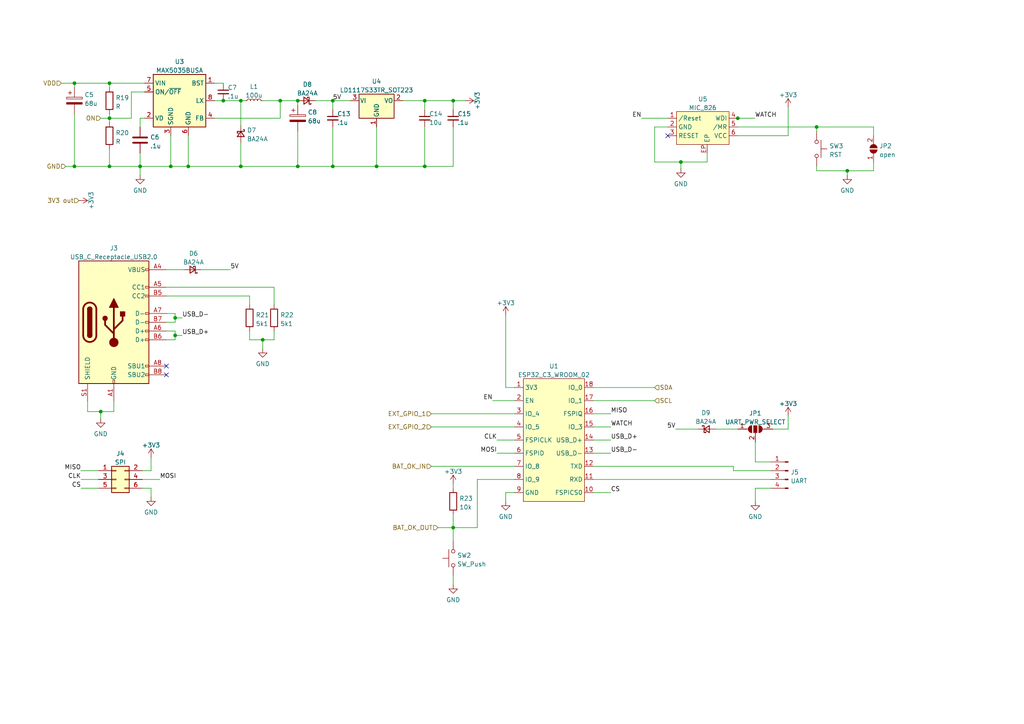
<source format=kicad_sch>
(kicad_sch (version 20230121) (generator eeschema)
  (paper "A4")
  (title_block (company "Alexander Junk"))
  (lib_symbols
    (symbol "Connector:Conn_01x04_Male" (pin_names (offset 1.016) hide)
      (property "Reference" "J" (at 0 5.08 0))
      (property "Value" "Conn_01x04_Male" (at 0 -7.62 0))
      (symbol "Conn_01x04_Male_1_1"
        (polyline (pts (xy 1.27 -5.08) (xy 0.8636 -5.08)) (stroke (width 0.1524)))
        (polyline (pts (xy 1.27 -2.54) (xy 0.8636 -2.54)) (stroke (width 0.1524)))
        (polyline (pts (xy 1.27 0) (xy 0.8636 0)) (stroke (width 0.1524)))
        (polyline (pts (xy 1.27 2.54) (xy 0.8636 2.54)) (stroke (width 0.1524)))
        (rectangle (start 0.8636 -4.953) (end 0 -5.207) (stroke (width 0.1524)) (fill (type outline)))
        (rectangle (start 0.8636 -2.413) (end 0 -2.667) (stroke (width 0.1524)) (fill (type outline)))
        (rectangle (start 0.8636 0.127) (end 0 -0.127) (stroke (width 0.1524)) (fill (type outline)))
        (rectangle (start 0.8636 2.667) (end 0 2.413) (stroke (width 0.1524)) (fill (type outline)))
        (pin passive line (at 5.08 2.54 180) (length 3.81) (name "Pin_1") (number "1"))
        (pin passive line (at 5.08 0 180) (length 3.81) (name "Pin_2") (number "2"))
        (pin passive line (at 5.08 -2.54 180) (length 3.81) (name "Pin_3") (number "3"))
        (pin passive line (at 5.08 -5.08 180) (length 3.81) (name "Pin_4") (number "4"))
      )
    )
    (symbol "Connector:USB_C_Receptacle_USB2.0" (pin_names (offset 1.016))
      (property "Reference" "J" (at -10.16 19.05 0))
      (property "Value" "USB_C_Receptacle_USB2.0" (at 19.05 19.05 0))
      (symbol "USB_C_Receptacle_USB2.0_0_0"
        (rectangle (start -0.254 -17.78) (end 0.254 -16.764))
        (rectangle (start 10.16 -14.986) (end 9.144 -15.494))
        (rectangle (start 10.16 -12.446) (end 9.144 -12.954))
        (rectangle (start 10.16 -4.826) (end 9.144 -5.334))
        (rectangle (start 10.16 -2.286) (end 9.144 -2.794))
        (rectangle (start 10.16 0.254) (end 9.144 -0.254))
        (rectangle (start 10.16 2.794) (end 9.144 2.286))
        (rectangle (start 10.16 7.874) (end 9.144 7.366))
        (rectangle (start 10.16 10.414) (end 9.144 9.906))
        (rectangle (start 10.16 15.494) (end 9.144 14.986))
      )
      (symbol "USB_C_Receptacle_USB2.0_0_1"
        (rectangle (start -10.16 17.78) (end 10.16 -17.78) (stroke (width 0.254)) (fill (type background)))
        (arc (start -8.89 -3.81) (mid -6.985 -5.7067) (end -5.08 -3.81) (stroke (width 0.508)))
        (arc (start -7.62 -3.81) (mid -6.985 -4.4423) (end -6.35 -3.81) (stroke (width 0.254)))
        (arc (start -7.62 -3.81) (mid -6.985 -4.4423) (end -6.35 -3.81) (stroke (width 0.254)) (fill (type outline)))
        (rectangle (start -7.62 -3.81) (end -6.35 3.81) (stroke (width 0.254)) (fill (type outline)))
        (arc (start -6.35 3.81) (mid -6.985 4.4423) (end -7.62 3.81) (stroke (width 0.254)))
        (arc (start -6.35 3.81) (mid -6.985 4.4423) (end -7.62 3.81) (stroke (width 0.254)) (fill (type outline)))
        (arc (start -5.08 3.81) (mid -6.985 5.7067) (end -8.89 3.81) (stroke (width 0.508)))
        (circle (center -2.54 1.143) (radius 0.635) (stroke (width 0.254)) (fill (type outline)))
        (circle (center 0 -5.842) (radius 1.27) (fill (type outline)))
        (polyline (pts (xy -8.89 -3.81) (xy -8.89 3.81)) (stroke (width 0.508)))
        (polyline (pts (xy -5.08 3.81) (xy -5.08 -3.81)) (stroke (width 0.508)))
        (polyline (pts (xy 0 -5.842) (xy 0 4.318)) (stroke (width 0.508)))
        (polyline (pts (xy 0 -3.302) (xy -2.54 -0.762) (xy -2.54 0.508)) (stroke (width 0.508)))
        (polyline (pts (xy 0 -2.032) (xy 2.54 0.508) (xy 2.54 1.778)) (stroke (width 0.508)))
        (polyline (pts (xy -1.27 4.318) (xy 0 6.858) (xy 1.27 4.318) (xy -1.27 4.318)) (stroke (width 0.254)) (fill (type outline)))
        (rectangle (start 1.905 1.778) (end 3.175 3.048) (stroke (width 0.254)) (fill (type outline)))
      )
      (symbol "USB_C_Receptacle_USB2.0_1_1"
        (pin passive line (at 0 -22.86 90) (length 5.08) (name "GND") (number "A1"))
        (pin passive line (at 0 -22.86 90) (length 5.08) hide (name "GND") (number "A12"))
        (pin passive line (at 15.24 15.24 180) (length 5.08) (name "VBUS") (number "A4"))
        (pin bidirectional line (at 15.24 10.16 180) (length 5.08) (name "CC1") (number "A5"))
        (pin bidirectional line (at 15.24 -2.54 180) (length 5.08) (name "D+") (number "A6"))
        (pin bidirectional line (at 15.24 2.54 180) (length 5.08) (name "D-") (number "A7"))
        (pin bidirectional line (at 15.24 -12.7 180) (length 5.08) (name "SBU1") (number "A8"))
        (pin passive line (at 15.24 15.24 180) (length 5.08) hide (name "VBUS") (number "A9"))
        (pin passive line (at 0 -22.86 90) (length 5.08) hide (name "GND") (number "B1"))
        (pin passive line (at 0 -22.86 90) (length 5.08) hide (name "GND") (number "B12"))
        (pin passive line (at 15.24 15.24 180) (length 5.08) hide (name "VBUS") (number "B4"))
        (pin bidirectional line (at 15.24 7.62 180) (length 5.08) (name "CC2") (number "B5"))
        (pin bidirectional line (at 15.24 -5.08 180) (length 5.08) (name "D+") (number "B6"))
        (pin bidirectional line (at 15.24 0 180) (length 5.08) (name "D-") (number "B7"))
        (pin bidirectional line (at 15.24 -15.24 180) (length 5.08) (name "SBU2") (number "B8"))
        (pin passive line (at 15.24 15.24 180) (length 5.08) hide (name "VBUS") (number "B9"))
        (pin passive line (at -7.62 -22.86 90) (length 5.08) (name "SHIELD") (number "S1"))
      )
    )
    (symbol "Connector_Generic:Conn_02x03_Odd_Even" (pin_names (offset 1.016) hide)
      (property "Reference" "J" (at 1.27 5.08 0))
      (property "Value" "Conn_02x03_Odd_Even" (at 1.27 -5.08 0))
      (symbol "Conn_02x03_Odd_Even_1_1"
        (rectangle (start -1.27 -2.413) (end 0 -2.667) (stroke (width 0.1524)))
        (rectangle (start -1.27 0.127) (end 0 -0.127) (stroke (width 0.1524)))
        (rectangle (start -1.27 2.667) (end 0 2.413) (stroke (width 0.1524)))
        (rectangle (start -1.27 3.81) (end 3.81 -3.81) (stroke (width 0.254)) (fill (type background)))
        (rectangle (start 3.81 -2.413) (end 2.54 -2.667) (stroke (width 0.1524)))
        (rectangle (start 3.81 0.127) (end 2.54 -0.127) (stroke (width 0.1524)))
        (rectangle (start 3.81 2.667) (end 2.54 2.413) (stroke (width 0.1524)))
        (pin passive line (at -5.08 2.54 0) (length 3.81) (name "Pin_1") (number "1"))
        (pin passive line (at 7.62 2.54 180) (length 3.81) (name "Pin_2") (number "2"))
        (pin passive line (at -5.08 0 0) (length 3.81) (name "Pin_3") (number "3"))
        (pin passive line (at 7.62 0 180) (length 3.81) (name "Pin_4") (number "4"))
        (pin passive line (at -5.08 -2.54 0) (length 3.81) (name "Pin_5") (number "5"))
        (pin passive line (at 7.62 -2.54 180) (length 3.81) (name "Pin_6") (number "6"))
      )
    )
    (symbol "Device:C" (pin_numbers hide) (pin_names (offset 0.254))
      (property "Reference" "C" (at 0.635 2.54 0))
      (property "Value" "C" (at 0.635 -2.54 0))
      (symbol "C_0_1"
        (polyline (pts (xy -2.032 -0.762) (xy 2.032 -0.762)) (stroke (width 0.508)))
        (polyline (pts (xy -2.032 0.762) (xy 2.032 0.762)) (stroke (width 0.508)))
      )
      (symbol "C_1_1"
        (pin passive line (at 0 3.81 270) (length 2.794) (name "~") (number "1"))
        (pin passive line (at 0 -3.81 90) (length 2.794) (name "~") (number "2"))
      )
    )
    (symbol "Device:C_Polarized" (pin_numbers hide) (pin_names (offset 0.254))
      (property "Reference" "C" (at 0.635 2.54 0))
      (property "Value" "C_Polarized" (at 0.635 -2.54 0))
      (symbol "C_Polarized_0_1"
        (rectangle (start -2.286 0.508) (end 2.286 1.016))
        (polyline (pts (xy -1.778 2.286) (xy -0.762 2.286)))
        (polyline (pts (xy -1.27 2.794) (xy -1.27 1.778)))
        (rectangle (start 2.286 -0.508) (end -2.286 -1.016) (fill (type outline)))
      )
      (symbol "C_Polarized_1_1"
        (pin passive line (at 0 3.81 270) (length 2.794) (name "~") (number "1"))
        (pin passive line (at 0 -3.81 90) (length 2.794) (name "~") (number "2"))
      )
    )
    (symbol "Device:C_Small" (pin_numbers hide) (pin_names (offset 0.254) hide)
      (property "Reference" "C" (at 0.254 1.778 0))
      (property "Value" "C_Small" (at 0.254 -2.032 0))
      (symbol "C_Small_0_1"
        (polyline (pts (xy -1.524 -0.508) (xy 1.524 -0.508)) (stroke (width 0.3302)))
        (polyline (pts (xy -1.524 0.508) (xy 1.524 0.508)) (stroke (width 0.3048)))
      )
      (symbol "C_Small_1_1"
        (pin passive line (at 0 2.54 270) (length 2.032) (name "~") (number "1"))
        (pin passive line (at 0 -2.54 90) (length 2.032) (name "~") (number "2"))
      )
    )
    (symbol "Device:D_Schottky_Small" (pin_numbers hide) (pin_names (offset 0.254) hide)
      (property "Reference" "D" (at -1.27 2.032 0))
      (property "Value" "D_Schottky_Small" (at -7.112 -2.032 0))
      (symbol "D_Schottky_Small_0_1"
        (polyline (pts (xy -0.762 0) (xy 0.762 0)))
        (polyline (pts (xy 0.762 -1.016) (xy -0.762 0) (xy 0.762 1.016) (xy 0.762 -1.016)) (stroke (width 0.254)))
        (polyline (pts (xy -1.27 0.762) (xy -1.27 1.016) (xy -0.762 1.016) (xy -0.762 -1.016) (xy -0.254 -1.016) (xy -0.254 -0.762)) (stroke (width 0.254)))
      )
      (symbol "D_Schottky_Small_1_1"
        (pin passive line (at -2.54 0 0) (length 1.778) (name "K") (number "1"))
        (pin passive line (at 2.54 0 180) (length 1.778) (name "A") (number "2"))
      )
    )
    (symbol "Device:L_Small" (pin_numbers hide) (pin_names (offset 0.254) hide)
      (property "Reference" "L" (at 0.762 1.016 0))
      (property "Value" "L_Small" (at 0.762 -1.016 0))
      (symbol "L_Small_0_1"
        (arc (start 0 -2.032) (mid 0.5058 -1.524) (end 0 -1.016))
        (arc (start 0 -1.016) (mid 0.5058 -0.508) (end 0 0))
        (arc (start 0 0) (mid 0.5058 0.508) (end 0 1.016))
        (arc (start 0 1.016) (mid 0.5058 1.524) (end 0 2.032))
      )
      (symbol "L_Small_1_1"
        (pin passive line (at 0 2.54 270) (length 0.508) (name "~") (number "1"))
        (pin passive line (at 0 -2.54 90) (length 0.508) (name "~") (number "2"))
      )
    )
    (symbol "Device:R" (pin_numbers hide) (pin_names (offset 0))
      (property "Reference" "R" (at 2.032 0 90))
      (property "Value" "R" (at 0 0 90))
      (symbol "R_0_1"
        (rectangle (start -1.016 -2.54) (end 1.016 2.54) (stroke (width 0.254)))
      )
      (symbol "R_1_1"
        (pin passive line (at 0 3.81 270) (length 1.27) (name "~") (number "1"))
        (pin passive line (at 0 -3.81 90) (length 1.27) (name "~") (number "2"))
      )
    )
    (symbol "ESP32_custom:ESP32_C3_WROOM_02"
      (property "Reference" "U" (at 0 2.54 0))
      (property "Value" "ESP32_C3_WROOM_02" (at 0 0 0))
      (symbol "ESP32_C3_WROOM_02_0_1"
        (rectangle (start -8.89 -3.81) (end 8.89 -39.37) (stroke (width 0.1524)) (fill (type background)))
      )
      (symbol "ESP32_C3_WROOM_02_1_1"
        (pin power_in line (at -11.43 -6.35 0) (length 2.54) (name "3V3") (number "1"))
        (pin bidirectional line (at 11.43 -36.83 180) (length 2.54) (name "IO_10") (number "10") (alternate "FSPICS0" bidirectional line))
        (pin bidirectional line (at 11.43 -33.02 180) (length 2.54) (name "RXD") (number "11"))
        (pin bidirectional line (at 11.43 -29.21 180) (length 2.54) (name "TXD") (number "12"))
        (pin bidirectional line (at 11.43 -25.4 180) (length 2.54) (name "IO_18") (number "13") (alternate "USB_D-" bidirectional line))
        (pin bidirectional line (at 11.43 -21.59 180) (length 2.54) (name "IO_19") (number "14") (alternate "USB_D+" bidirectional line))
        (pin bidirectional line (at 11.43 -17.78 180) (length 2.54) (name "IO_3") (number "15"))
        (pin bidirectional line (at 11.43 -13.97 180) (length 2.54) (name "IO_2") (number "16") (alternate "FSPIQ" bidirectional line))
        (pin bidirectional line (at 11.43 -10.16 180) (length 2.54) (name "IO_1") (number "17"))
        (pin bidirectional line (at 11.43 -6.35 180) (length 2.54) (name "IO_0") (number "18"))
        (pin input line (at -11.43 -10.16 0) (length 2.54) (name "EN") (number "2"))
        (pin bidirectional line (at -11.43 -13.97 0) (length 2.54) (name "IO_4") (number "3"))
        (pin bidirectional line (at -11.43 -17.78 0) (length 2.54) (name "IO_5") (number "4"))
        (pin bidirectional line (at -11.43 -21.59 0) (length 2.54) (name "IO_6") (number "5") (alternate "FSPICLK" bidirectional line))
        (pin bidirectional line (at -11.43 -25.4 0) (length 2.54) (name "IO_7") (number "6") (alternate "FSPID" bidirectional line))
        (pin bidirectional line (at -11.43 -29.21 0) (length 2.54) (name "IO_8") (number "7"))
        (pin bidirectional line (at -11.43 -33.02 0) (length 2.54) (name "IO_9") (number "8"))
        (pin power_in line (at -11.43 -36.83 0) (length 2.54) (name "GND") (number "9"))
      )
    )
    (symbol "ESP32_custom:MIC_826"
      (property "Reference" "U" (at 0 1.905 0))
      (property "Value" "MIC_826" (at 0 0 0))
      (symbol "MIC_826_0_1"
        (rectangle (start -7.62 -1.27) (end 7.62 -10.795) (stroke (width 0.1524)) (fill (type background)))
      )
      (symbol "MIC_826_1_1"
        (pin output line (at -10.16 -3.175 0) (length 2.54) (name "/Reset") (number "1"))
        (pin power_in line (at -10.16 -5.715 0) (length 2.54) (name "GND") (number "2"))
        (pin output line (at -10.16 -8.255 0) (length 2.54) (name "RESET") (number "3"))
        (pin input line (at 10.16 -3.175 180) (length 2.54) (name "WDI") (number "4"))
        (pin input line (at 10.16 -5.715 180) (length 2.54) (name "/MR") (number "5"))
        (pin power_in line (at 10.16 -8.255 180) (length 2.54) (name "VCC") (number "6"))
        (pin power_in line (at 1.27 -13.335 90) (length 2.54) (name "EP") (number "EP"))
      )
    )
    (symbol "Jumper:SolderJumper_2_Open" (pin_names (offset 0) hide)
      (property "Reference" "JP" (at 0 2.032 0))
      (property "Value" "SolderJumper_2_Open" (at 0 -2.54 0))
      (symbol "SolderJumper_2_Open_0_1"
        (arc (start -0.254 1.016) (mid -1.2656 0) (end -0.254 -1.016))
        (arc (start -0.254 1.016) (mid -1.2656 0) (end -0.254 -1.016) (fill (type outline)))
        (polyline (pts (xy -0.254 1.016) (xy -0.254 -1.016)))
        (polyline (pts (xy 0.254 1.016) (xy 0.254 -1.016)))
        (arc (start 0.254 -1.016) (mid 1.2656 0) (end 0.254 1.016))
        (arc (start 0.254 -1.016) (mid 1.2656 0) (end 0.254 1.016) (fill (type outline)))
      )
      (symbol "SolderJumper_2_Open_1_1"
        (pin passive line (at -3.81 0 0) (length 2.54) (name "A") (number "1"))
        (pin passive line (at 3.81 0 180) (length 2.54) (name "B") (number "2"))
      )
    )
    (symbol "Jumper:SolderJumper_3_Open" (pin_names (offset 0) hide)
      (property "Reference" "JP" (at -2.54 -2.54 0))
      (property "Value" "SolderJumper_3_Open" (at 0 2.794 0))
      (symbol "SolderJumper_3_Open_0_1"
        (arc (start -1.016 1.016) (mid -2.0276 0) (end -1.016 -1.016))
        (arc (start -1.016 1.016) (mid -2.0276 0) (end -1.016 -1.016) (fill (type outline)))
        (rectangle (start -0.508 1.016) (end 0.508 -1.016) (fill (type outline)))
        (polyline (pts (xy -2.54 0) (xy -2.032 0)))
        (polyline (pts (xy -1.016 1.016) (xy -1.016 -1.016)))
        (polyline (pts (xy 0 -1.27) (xy 0 -1.016)))
        (polyline (pts (xy 1.016 1.016) (xy 1.016 -1.016)))
        (polyline (pts (xy 2.54 0) (xy 2.032 0)))
        (arc (start 1.016 -1.016) (mid 2.0276 0) (end 1.016 1.016))
        (arc (start 1.016 -1.016) (mid 2.0276 0) (end 1.016 1.016) (fill (type outline)))
      )
      (symbol "SolderJumper_3_Open_1_1"
        (pin passive line (at -5.08 0 0) (length 2.54) (name "A") (number "1"))
        (pin passive line (at 0 -3.81 90) (length 2.54) (name "C") (number "2"))
        (pin passive line (at 5.08 0 180) (length 2.54) (name "B") (number "3"))
      )
    )
    (symbol "Regulator_Linear:LD1117S33TR_SOT223" (pin_names (offset 0.254))
      (property "Reference" "U" (at -3.81 3.175 0))
      (property "Value" "LD1117S33TR_SOT223" (at 0 3.175 0))
      (symbol "LD1117S33TR_SOT223_0_1"
        (rectangle (start -5.08 -5.08) (end 5.08 1.905) (stroke (width 0.254)) (fill (type background)))
      )
      (symbol "LD1117S33TR_SOT223_1_1"
        (pin power_in line (at 0 -7.62 90) (length 2.54) (name "GND") (number "1"))
        (pin power_out line (at 7.62 0 180) (length 2.54) (name "VO") (number "2"))
        (pin power_in line (at -7.62 0 0) (length 2.54) (name "VI") (number "3"))
      )
    )
    (symbol "Regulator_Switching:MAX5035BUSA"
      (property "Reference" "U" (at -7.62 8.89 0))
      (property "Value" "MAX5035BUSA" (at -2.54 8.89 0))
      (symbol "MAX5035BUSA_0_1"
        (rectangle (start -7.62 7.62) (end 7.62 -7.62) (stroke (width 0.254)) (fill (type background)))
      )
      (symbol "MAX5035BUSA_1_1"
        (pin passive line (at 10.16 5.08 180) (length 2.54) (name "BST") (number "1"))
        (pin passive line (at -10.16 -5.08 0) (length 2.54) (name "VD") (number "2"))
        (pin power_in line (at -2.54 -10.16 90) (length 2.54) (name "SGND") (number "3"))
        (pin input line (at 10.16 -5.08 180) (length 2.54) (name "FB") (number "4"))
        (pin input line (at -10.16 2.54 0) (length 2.54) (name "ON/~{OFF}") (number "5"))
        (pin power_in line (at 2.54 -10.16 90) (length 2.54) (name "GND") (number "6"))
        (pin power_in line (at -10.16 5.08 0) (length 2.54) (name "VIN") (number "7"))
        (pin output line (at 10.16 0 180) (length 2.54) (name "LX") (number "8"))
      )
    )
    (symbol "Switch:SW_Push" (pin_numbers hide) (pin_names (offset 1.016) hide)
      (property "Reference" "SW" (at 1.27 2.54 0))
      (property "Value" "SW_Push" (at 0 -1.524 0))
      (symbol "SW_Push_0_1"
        (circle (center -2.032 0) (radius 0.508))
        (polyline (pts (xy 0 1.27) (xy 0 3.048)))
        (polyline (pts (xy 2.54 1.27) (xy -2.54 1.27)))
        (circle (center 2.032 0) (radius 0.508))
        (pin passive line (at -5.08 0 0) (length 2.54) (name "1") (number "1"))
        (pin passive line (at 5.08 0 180) (length 2.54) (name "2") (number "2"))
      )
    )
    (symbol "power:+3.3V" (power) (pin_names (offset 0))
      (property "Value" "+3.3V" (at 0 3.556 0))
      (symbol "+3.3V_0_1"
        (polyline (pts (xy -0.762 1.27) (xy 0 2.54)))
        (polyline (pts (xy 0 0) (xy 0 2.54)))
        (polyline (pts (xy 0 2.54) (xy 0.762 1.27)))
      )
      (symbol "+3.3V_1_1"
        (pin power_in line (at 0 0 90) (length 0) hide (name "+3V3") (number "1"))
      )
    )
    (symbol "power:GND" (power) (pin_names (offset 0))
      (property "Value" "GND" (at 0 -3.81 0))
      (symbol "GND_0_1"
        (polyline (pts (xy 0 0) (xy 0 -1.27) (xy 1.27 -1.27) (xy 0 -2.54) (xy -1.27 -1.27) (xy 0 -1.27)))
      )
      (symbol "GND_1_1"
        (pin power_in line (at 0 0 270) (length 0) hide (name "GND") (number "1"))
      )
    )
  )
  (junction (at 31.75 34.29))
  (junction (at 64.77 29.21))
  (junction (at 29.21 119.38))
  (junction (at 86.36 48.26))
  (junction (at 131.445 29.21))
  (junction (at 21.59 48.26))
  (junction (at 236.855 36.83))
  (junction (at 21.59 24.13))
  (junction (at 81.28 29.21))
  (junction (at 131.445 153.035))
  (junction (at 49.53 48.26))
  (junction (at 123.19 48.26))
  (junction (at 40.64 48.26))
  (junction (at 69.85 48.26))
  (junction (at 86.36 29.21))
  (junction (at 54.61 48.26))
  (junction (at 76.2 98.552))
  (junction (at 96.52 29.21))
  (junction (at 197.485 46.99))
  (junction (at 213.995 34.29))
  (junction (at 96.52 48.26))
  (junction (at 123.19 29.21))
  (junction (at 31.75 24.13))
  (junction (at 109.22 48.26))
  (junction (at 50.8 92.202))
  (junction (at 69.85 29.21))
  (junction (at 50.8 97.282))
  (junction (at 31.75 48.26))
  (junction (at 245.745 49.53))
  (no_connect (at 48.26 106.172))
  (no_connect (at 48.26 108.712))
  (no_connect (at 193.675 39.37))
  (wire (pts (xy 33.02 119.38) (xy 29.21 119.38)))
  (wire (pts (xy 213.995 34.29) (xy 218.948 34.29)))
  (wire (pts (xy 123.19 29.21) (xy 131.445 29.21)))
  (wire (pts (xy 81.28 29.21) (xy 76.2 29.21)))
  (wire (pts (xy 123.19 31.75) (xy 123.19 29.21)))
  (wire (pts (xy 79.502 98.552) (xy 76.2 98.552)))
  (wire (pts (xy 86.36 38.1) (xy 86.36 48.26)))
  (wire (pts (xy 109.22 48.26) (xy 123.19 48.26)))
  (wire (pts (xy 219.075 145.415) (xy 219.075 141.605)))
  (wire (pts (xy 213.868 34.29) (xy 213.995 34.29)))
  (wire (pts (xy 21.59 24.13) (xy 31.75 24.13)))
  (wire (pts (xy 186.055 34.29) (xy 193.675 34.29)))
  (wire (pts (xy 25.4 119.38) (xy 25.4 116.332)))
  (wire (pts (xy 50.8 96.012) (xy 50.8 97.282)))
  (wire (pts (xy 96.52 29.21) (xy 101.6 29.21)))
  (wire (pts (xy 245.745 49.53) (xy 245.745 50.8)))
  (wire (pts (xy 49.53 48.26) (xy 54.61 48.26)))
  (wire (pts (xy 236.855 36.83) (xy 253.365 36.83)))
  (wire (pts (xy 62.23 29.21) (xy 64.77 29.21)))
  (wire (pts (xy 31.75 34.29) (xy 38.1 34.29)))
  (wire (pts (xy 131.445 167.005) (xy 131.445 169.545)))
  (wire (pts (xy 50.8 98.552) (xy 48.26 98.552)))
  (wire (pts (xy 146.685 145.415) (xy 146.685 142.875)))
  (wire (pts (xy 219.075 133.985) (xy 223.52 133.985)))
  (wire (pts (xy 76.2 98.552) (xy 72.39 98.552)))
  (wire (pts (xy 81.28 34.29) (xy 81.28 29.21)))
  (wire (pts (xy 109.22 48.26) (xy 109.22 36.83)))
  (wire (pts (xy 41.275 141.605) (xy 43.815 141.605)))
  (wire (pts (xy 50.8 93.472) (xy 48.26 93.472)))
  (wire (pts (xy 197.485 46.99) (xy 197.485 48.895)))
  (wire (pts (xy 228.6 39.37) (xy 228.6 31.115)))
  (wire (pts (xy 144.145 127.635) (xy 149.225 127.635)))
  (wire (pts (xy 172.085 131.445) (xy 177.165 131.445)))
  (wire (pts (xy 253.365 49.53) (xy 253.365 46.99)))
  (wire (pts (xy 62.23 34.29) (xy 81.28 34.29)))
  (wire (pts (xy 125.095 123.825) (xy 149.225 123.825)))
  (wire (pts (xy 142.875 116.205) (xy 149.225 116.205)))
  (wire (pts (xy 79.502 96.012) (xy 79.502 98.552)))
  (wire (pts (xy 69.85 36.322) (xy 69.85 29.21)))
  (wire (pts (xy 193.675 36.83) (xy 189.865 36.83)))
  (wire (pts (xy 50.8 97.282) (xy 52.832 97.282)))
  (wire (pts (xy 205.105 46.99) (xy 205.105 44.45)))
  (wire (pts (xy 131.445 36.83) (xy 131.445 48.26)))
  (wire (pts (xy 54.61 48.26) (xy 69.85 48.26)))
  (wire (pts (xy 96.52 29.21) (xy 96.52 31.75)))
  (wire (pts (xy 116.84 29.21) (xy 123.19 29.21)))
  (wire (pts (xy 197.485 46.99) (xy 205.105 46.99)))
  (wire (pts (xy 79.502 83.312) (xy 79.502 88.392)))
  (wire (pts (xy 54.61 39.37) (xy 54.61 48.26)))
  (wire (pts (xy 138.43 139.065) (xy 149.225 139.065)))
  (wire (pts (xy 96.52 48.26) (xy 86.36 48.26)))
  (wire (pts (xy 69.85 48.26) (xy 69.85 41.402)))
  (wire (pts (xy 40.64 48.26) (xy 49.53 48.26)))
  (wire (pts (xy 213.995 39.37) (xy 228.6 39.37)))
  (wire (pts (xy 52.832 92.202) (xy 50.8 92.202)))
  (wire (pts (xy 131.445 153.035) (xy 138.43 153.035)))
  (wire (pts (xy 50.8 97.282) (xy 50.8 98.552)))
  (wire (pts (xy 21.59 33.02) (xy 21.59 48.26)))
  (wire (pts (xy 212.725 136.525) (xy 212.725 135.255)))
  (wire (pts (xy 23.495 136.525) (xy 28.575 136.525)))
  (wire (pts (xy 40.64 48.26) (xy 40.64 50.8)))
  (wire (pts (xy 38.1 34.29) (xy 38.1 26.67)))
  (wire (pts (xy 96.52 48.26) (xy 109.22 48.26)))
  (wire (pts (xy 72.39 88.392) (xy 72.39 85.852)))
  (wire (pts (xy 236.855 49.53) (xy 245.745 49.53)))
  (wire (pts (xy 64.77 29.21) (xy 69.85 29.21)))
  (wire (pts (xy 253.365 36.83) (xy 253.365 39.37)))
  (wire (pts (xy 131.445 153.035) (xy 131.445 156.845)))
  (wire (pts (xy 81.28 29.21) (xy 86.36 29.21)))
  (wire (pts (xy 29.21 119.38) (xy 25.4 119.38)))
  (wire (pts (xy 33.02 116.332) (xy 33.02 119.38)))
  (wire (pts (xy 228.6 120.65) (xy 228.6 124.46)))
  (wire (pts (xy 72.39 85.852) (xy 48.26 85.852)))
  (wire (pts (xy 245.745 49.53) (xy 253.365 49.53)))
  (wire (pts (xy 219.075 141.605) (xy 223.52 141.605)))
  (wire (pts (xy 40.64 34.29) (xy 40.64 36.83)))
  (wire (pts (xy 172.085 112.395) (xy 189.865 112.395)))
  (wire (pts (xy 49.53 39.37) (xy 49.53 48.26)))
  (wire (pts (xy 236.855 48.26) (xy 236.855 49.53)))
  (wire (pts (xy 50.8 92.202) (xy 50.8 90.932)))
  (wire (pts (xy 48.26 96.012) (xy 50.8 96.012)))
  (wire (pts (xy 69.85 29.21) (xy 71.12 29.21)))
  (wire (pts (xy 131.445 29.21) (xy 131.445 31.75)))
  (wire (pts (xy 96.52 36.83) (xy 96.52 48.26)))
  (wire (pts (xy 123.19 48.26) (xy 131.445 48.26)))
  (wire (pts (xy 236.855 36.83) (xy 236.855 38.1)))
  (wire (pts (xy 207.518 124.46) (xy 213.995 124.46)))
  (wire (pts (xy 31.75 34.29) (xy 31.75 35.56)))
  (wire (pts (xy 138.43 153.035) (xy 138.43 139.065)))
  (wire (pts (xy 21.59 24.13) (xy 21.59 25.4)))
  (wire (pts (xy 172.085 142.875) (xy 177.165 142.875)))
  (wire (pts (xy 195.961 124.46) (xy 202.438 124.46)))
  (wire (pts (xy 19.05 48.26) (xy 21.59 48.26)))
  (wire (pts (xy 43.815 141.605) (xy 43.815 144.145)))
  (wire (pts (xy 189.865 46.99) (xy 197.485 46.99)))
  (wire (pts (xy 43.815 136.525) (xy 41.275 136.525)))
  (wire (pts (xy 31.75 24.13) (xy 41.91 24.13)))
  (wire (pts (xy 76.2 98.552) (xy 76.2 101.092)))
  (wire (pts (xy 48.26 78.232) (xy 53.34 78.232)))
  (wire (pts (xy 21.59 48.26) (xy 31.75 48.26)))
  (wire (pts (xy 146.685 112.395) (xy 149.225 112.395)))
  (wire (pts (xy 172.085 135.255) (xy 212.725 135.255)))
  (wire (pts (xy 189.865 36.83) (xy 189.865 46.99)))
  (wire (pts (xy 17.78 24.13) (xy 21.59 24.13)))
  (wire (pts (xy 31.75 43.18) (xy 31.75 48.26)))
  (wire (pts (xy 62.23 24.13) (xy 64.77 24.13)))
  (wire (pts (xy 172.085 116.205) (xy 189.865 116.205)))
  (wire (pts (xy 125.095 135.255) (xy 149.225 135.255)))
  (wire (pts (xy 43.815 132.715) (xy 43.815 136.525)))
  (wire (pts (xy 144.145 131.445) (xy 149.225 131.445)))
  (wire (pts (xy 48.26 83.312) (xy 79.502 83.312)))
  (wire (pts (xy 50.8 92.202) (xy 50.8 93.472)))
  (wire (pts (xy 31.75 48.26) (xy 40.64 48.26)))
  (wire (pts (xy 40.64 44.45) (xy 40.64 48.26)))
  (wire (pts (xy 23.495 139.065) (xy 28.575 139.065)))
  (wire (pts (xy 131.445 149.225) (xy 131.445 153.035)))
  (wire (pts (xy 146.685 142.875) (xy 149.225 142.875)))
  (wire (pts (xy 29.21 119.38) (xy 29.21 121.412)))
  (wire (pts (xy 58.42 78.232) (xy 66.802 78.232)))
  (wire (pts (xy 224.155 124.46) (xy 228.6 124.46)))
  (wire (pts (xy 131.445 140.335) (xy 131.445 141.605)))
  (wire (pts (xy 29.21 34.29) (xy 31.75 34.29)))
  (wire (pts (xy 172.085 139.065) (xy 223.52 139.065)))
  (wire (pts (xy 50.8 90.932) (xy 48.26 90.932)))
  (wire (pts (xy 172.085 123.825) (xy 177.165 123.825)))
  (wire (pts (xy 125.095 120.015) (xy 149.225 120.015)))
  (wire (pts (xy 86.36 30.48) (xy 86.36 29.21)))
  (wire (pts (xy 219.075 128.27) (xy 219.075 133.985)))
  (wire (pts (xy 31.75 33.02) (xy 31.75 34.29)))
  (wire (pts (xy 123.19 36.83) (xy 123.19 48.26)))
  (wire (pts (xy 23.495 141.605) (xy 28.575 141.605)))
  (wire (pts (xy 72.39 98.552) (xy 72.39 96.012)))
  (wire (pts (xy 213.995 36.83) (xy 236.855 36.83)))
  (wire (pts (xy 131.445 29.21) (xy 134.874 29.21)))
  (wire (pts (xy 41.91 34.29) (xy 40.64 34.29)))
  (wire (pts (xy 46.355 139.065) (xy 41.275 139.065)))
  (wire (pts (xy 131.445 153.035) (xy 127 153.035)))
  (wire (pts (xy 223.52 136.525) (xy 212.725 136.525)))
  (wire (pts (xy 86.36 48.26) (xy 69.85 48.26)))
  (wire (pts (xy 38.1 26.67) (xy 41.91 26.67)))
  (wire (pts (xy 146.685 91.44) (xy 146.685 112.395)))
  (wire (pts (xy 172.085 120.015) (xy 177.165 120.015)))
  (wire (pts (xy 31.75 24.13) (xy 31.75 25.4)))
  (wire (pts (xy 91.44 29.21) (xy 96.52 29.21)))
  (wire (pts (xy 172.085 127.635) (xy 177.165 127.635)))
  (label "5V" (at 96.52 29.21 0))
  (label "EN" (at 142.875 116.205 180))
  (label "CS" (at 23.495 141.605 180))
  (label "WATCH" (at 177.165 123.825 0))
  (label "USB_D-" (at 177.165 131.445 0))
  (label "MISO" (at 23.495 136.525 180))
  (label "5V" (at 66.802 78.232 0))
  (label "MOSI" (at 46.355 139.065 0))
  (label "MOSI" (at 144.145 131.445 180))
  (label "5V" (at 195.961 124.46 180))
  (label "USB_D-" (at 52.832 92.202 0))
  (label "CLK" (at 144.145 127.635 180))
  (label "EN" (at 186.055 34.29 180))
  (label "CLK" (at 23.495 139.065 180))
  (label "WATCH" (at 218.948 34.29 0))
  (label "CS" (at 177.165 142.875 0))
  (label "USB_D+" (at 177.165 127.635 0))
  (label "USB_D+" (at 52.832 97.282 0))
  (label "MISO" (at 177.165 120.015 0))
  (hierarchical_label "VDD" (shape input) (at 17.78 24.13 180))
  (hierarchical_label "3V3 out" (shape input) (at 22.86 58.166 180))
  (hierarchical_label "SDA" (shape input) (at 189.865 112.395 0))
  (hierarchical_label "SCL" (shape input) (at 189.865 116.205 0))
  (hierarchical_label "BAT_OK_OUT" (shape input) (at 127 153.035 180))
  (hierarchical_label "GND" (shape input) (at 19.05 48.26 180))
  (hierarchical_label "BAT_OK_IN" (shape input) (at 125.095 135.255 180))
  (hierarchical_label "EXT_GPIO_1" (shape input) (at 125.095 120.015 180))
  (hierarchical_label "ON" (shape input) (at 29.21 34.29 180))
  (hierarchical_label "EXT_GPIO_2" (shape input) (at 125.095 123.825 180))
  (symbol (lib_id "Device:D_Schottky_Small") (at 88.9 29.21 180) (unit 1)
    (property "Reference" "D8" (at 89.154 24.4942 0))
    (property "Value" "BA24A" (at 89.154 27.0311 0))
    (property "Footprint" "Diode_SMD:D_SMA" (effects hide))
    (property "Datasheet" "https://www.mouser.at/datasheet/2/427/VISH_S_A0012821941_1-2572879.pdf" (effects hide))
  )
  (symbol (lib_id "Device:C_Small") (at 96.52 34.29 0) (unit 1)
    (property "Reference" "C13" (at 97.79 33.02 0) (effects (justify left)))
    (property "Value" ".1u" (at 97.79 35.56 0) (effects (justify left)))
    (property "Footprint" "Capacitor_SMD:C_1206_3216Metric_Pad1.33x1.80mm_HandSolder" (effects hide))
  )
  (symbol (lib_id "Device:R") (at 72.39 92.202 0) (unit 1)
    (property "Reference" "R21" (at 74.168 91.3673 0) (effects (justify left)))
    (property "Value" "5k1" (at 74.168 93.9042 0) (effects (justify left)))
    (property "Footprint" "Resistor_SMD:R_1206_3216Metric_Pad1.30x1.75mm_HandSolder" (effects hide))
  )
  (symbol (lib_id "ESP32_custom:MIC_826") (at 203.835 31.115 0) (unit 1)
    (property "Reference" "U5" (at 203.835 28.736 0))
    (property "Value" "MIC_826" (at 203.835 31.2729 0))
    (property "Footprint" "custom:TDFN-6-1EP_1.6x1.6mm_P0.5mm_EP0.5x1.4mm" (effects hide))
    (property "Datasheet" "https://www.mouser.at/datasheet/2/268/MIC826-1274133.pdf" (effects hide))
  )
  (symbol (lib_id "Switch:SW_Push") (at 131.445 161.925 90) (unit 1)
    (property "Reference" "SW2" (at 132.588 161.0903 90) (effects (justify right)))
    (property "Value" "SW_Push" (at 132.588 163.6272 90) (effects (justify right)))
    (property "Footprint" "misc parts:SW_Push_1P1T_NO_CK_KSC2xxJ" (effects hide))
  )
  (symbol (lib_id "ESP32_custom:ESP32_C3_WROOM_02") (at 160.655 106.045 0) (unit 1)
    (property "Reference" "U1" (at 160.655 106.206 0))
    (property "Value" "ESP32_C3_WROOM_02" (at 160.655 108.7429 0))
    (property "Footprint" "ESP8266:ESP-13-WROOM-02" (effects hide))
    (pin "10" (alternate "FSPICS0"))
    (pin "13" (alternate "USB_D-"))
    (pin "14" (alternate "USB_D+"))
    (pin "16" (alternate "FSPIQ"))
    (pin "5" (alternate "FSPICLK"))
    (pin "6" (alternate "FSPID"))
  )
  (symbol (lib_id "Device:D_Schottky_Small") (at 55.88 78.232 180) (unit 1)
    (property "Reference" "D6" (at 56.134 73.5162 0))
    (property "Value" "BA24A" (at 56.134 76.0531 0))
    (property "Footprint" "Diode_SMD:D_SMA" (effects hide))
    (property "Datasheet" "https://www.mouser.at/datasheet/2/427/VISH_S_A0012821941_1-2572879.pdf" (effects hide))
  )
  (symbol (lib_id "Device:C_Small") (at 131.445 34.29 0) (unit 1)
    (property "Reference" "C15" (at 132.715 33.02 0) (effects (justify left)))
    (property "Value" ".1u" (at 132.715 35.56 0) (effects (justify left)))
    (property "Footprint" "Capacitor_SMD:C_1206_3216Metric_Pad1.33x1.80mm_HandSolder" (effects hide))
  )
  (symbol (lib_id "Device:C") (at 40.64 40.64 0) (unit 1)
    (property "Reference" "C6" (at 43.561 39.8053 0) (effects (justify left)))
    (property "Value" ".1u" (at 43.561 42.3422 0) (effects (justify left)))
    (property "Footprint" "Capacitor_SMD:C_1206_3216Metric_Pad1.33x1.80mm_HandSolder" (effects hide))
  )
  (symbol (lib_id "Device:C_Small") (at 64.77 26.67 0) (unit 1)
    (property "Reference" "C7" (at 66.04 25.4 0) (effects (justify left)))
    (property "Value" ".1u" (at 66.04 27.94 0) (effects (justify left)))
    (property "Footprint" "Capacitor_SMD:C_1206_3216Metric_Pad1.33x1.80mm_HandSolder" (effects hide))
  )
  (symbol (lib_id "power:GND") (at 146.685 145.415 0) (unit 1)
    (property "Reference" "#PWR0129" (effects hide))
    (property "Value" "GND" (at 146.685 149.8584 0))
  )
  (symbol (lib_id "Device:R") (at 131.445 145.415 0) (unit 1)
    (property "Reference" "R23" (at 133.223 144.5803 0) (effects (justify left)))
    (property "Value" "10k" (at 133.223 147.1172 0) (effects (justify left)))
    (property "Footprint" "Resistor_SMD:R_1206_3216Metric_Pad1.30x1.75mm_HandSolder" (effects hide))
  )
  (symbol (lib_id "power:GND") (at 219.075 145.415 0) (unit 1)
    (property "Reference" "#PWR0143" (effects hide))
    (property "Value" "GND" (at 219.075 149.8584 0))
  )
  (symbol (lib_id "power:GND") (at 245.745 50.8 0) (unit 1)
    (property "Reference" "#PWR0140" (effects hide))
    (property "Value" "GND" (at 245.745 55.2434 0))
  )
  (symbol (lib_id "Device:C_Polarized") (at 21.59 29.21 0) (unit 1)
    (property "Reference" "C5" (at 24.511 27.4863 0) (effects (justify left)))
    (property "Value" "68u" (at 24.511 30.0232 0) (effects (justify left)))
    (property "Footprint" "Capacitor_SMD:CP_Elec_4x5.4" (effects hide))
  )
  (symbol (lib_id "Connector:USB_C_Receptacle_USB2.0") (at 33.02 93.472 0) (unit 1)
    (property "Reference" "J3" (at 33.02 71.9922 0))
    (property "Value" "USB_C_Receptacle_USB2.0" (at 33.02 74.5291 0))
    (property "Footprint" "Connector_USB:USB_C_Receptacle_JAE_DX07S016JA1R1500" (effects hide))
    (property "Datasheet" "https://www.mouser.at/datasheet/2/206/JAE_Electronics_01282020_DX07-1729578.pdf" (effects hide))
  )
  (symbol (lib_id "power:+3.3V") (at 22.86 58.166 270) (unit 1)
    (property "Reference" "#PWR0130" (effects hide))
    (property "Value" "+3.3V" (at 26.4358 58.166 0))
  )
  (symbol (lib_id "power:+3.3V") (at 131.445 140.335 0) (unit 1)
    (property "Reference" "#PWR0133" (effects hide))
    (property "Value" "+3.3V" (at 131.445 136.7592 0))
  )
  (symbol (lib_id "Device:D_Schottky_Small") (at 69.85 38.862 270) (unit 1)
    (property "Reference" "D7" (at 71.628 37.7733 90) (effects (justify left)))
    (property "Value" "BA24A" (at 71.628 40.3102 90) (effects (justify left)))
    (property "Footprint" "Diode_SMD:D_SMA" (effects hide))
    (property "Datasheet" "https://www.mouser.at/datasheet/2/427/VISH_S_A0012821941_1-2572879.pdf" (effects hide))
  )
  (symbol (lib_id "Device:R") (at 31.75 29.21 0) (unit 1)
    (property "Reference" "R19" (at 33.528 28.3753 0) (effects (justify left)))
    (property "Value" "R" (at 33.528 30.9122 0) (effects (justify left)))
    (property "Footprint" "Resistor_SMD:R_1206_3216Metric_Pad1.30x1.75mm_HandSolder" (effects hide))
  )
  (symbol (lib_id "Device:R") (at 31.75 39.37 0) (unit 1)
    (property "Reference" "R20" (at 33.528 38.5353 0) (effects (justify left)))
    (property "Value" "R" (at 33.528 41.0722 0) (effects (justify left)))
    (property "Footprint" "Resistor_SMD:R_1206_3216Metric_Pad1.30x1.75mm_HandSolder" (effects hide))
  )
  (symbol (lib_id "Device:L_Small") (at 73.66 29.21 90) (unit 1)
    (property "Reference" "L1" (at 73.66 25.1292 90))
    (property "Value" "100u" (at 73.66 27.6661 90))
    (property "Footprint" "Inductor_SMD:L_12x12mm_H8mm" (effects hide))
  )
  (symbol (lib_id "Device:C_Small") (at 123.19 34.29 0) (unit 1)
    (property "Reference" "C14" (at 124.46 33.02 0) (effects (justify left)))
    (property "Value" "10u" (at 124.46 35.56 0) (effects (justify left)))
    (property "Footprint" "Capacitor_SMD:C_1206_3216Metric_Pad1.33x1.80mm_HandSolder" (effects hide))
  )
  (symbol (lib_id "Device:D_Schottky_Small") (at 204.978 124.46 0) (unit 1)
    (property "Reference" "D9" (at 204.724 119.7442 0))
    (property "Value" "BA24A" (at 204.724 122.2811 0))
    (property "Footprint" "Diode_SMD:D_SMA" (effects hide))
    (property "Datasheet" "https://www.mouser.at/datasheet/2/427/VISH_S_A0012821941_1-2572879.pdf" (effects hide))
  )
  (symbol (lib_id "Regulator_Switching:MAX5035BUSA") (at 52.07 29.21 0) (unit 1)
    (property "Reference" "U3" (at 52.07 17.8902 0))
    (property "Value" "MAX5035BUSA" (at 52.07 20.4271 0))
    (property "Footprint" "Package_SO:SOIC-8_3.9x4.9mm_P1.27mm" (effects hide))
    (property "Datasheet" "http://datasheets.maximintegrated.com/en/ds/MAX5035.pdf" (effects hide))
  )
  (symbol (lib_id "Jumper:SolderJumper_2_Open") (at 253.365 43.18 90) (unit 1)
    (property "Reference" "JP2" (at 255.016 42.3453 90) (effects (justify right)))
    (property "Value" "open" (at 255.016 44.8822 90) (effects (justify right)))
    (property "Footprint" "Jumper:SolderJumper-2_P1.3mm_Open_RoundedPad1.0x1.5mm" (effects hide))
  )
  (symbol (lib_id "Connector_Generic:Conn_02x03_Odd_Even") (at 33.655 139.065 0) (unit 1)
    (property "Reference" "J4" (at 34.925 131.5552 0))
    (property "Value" "SPI" (at 34.925 134.0921 0))
    (property "Footprint" "Connector_PinSocket_2.54mm:PinSocket_2x03_P2.54mm_Vertical" (effects hide))
  )
  (symbol (lib_id "power:GND") (at 40.64 50.8 0) (unit 1)
    (property "Reference" "#PWR0132" (effects hide))
    (property "Value" "GND" (at 40.64 55.2434 0))
  )
  (symbol (lib_id "power:GND") (at 131.445 169.545 0) (unit 1)
    (property "Reference" "#PWR0136" (effects hide))
    (property "Value" "GND" (at 131.445 173.9884 0))
  )
  (symbol (lib_id "Regulator_Linear:LD1117S33TR_SOT223") (at 109.22 29.21 0) (unit 1)
    (property "Reference" "U4" (at 109.22 23.6052 0))
    (property "Value" "LD1117S33TR_SOT223" (at 109.22 26.1421 0))
    (property "Footprint" "Package_TO_SOT_SMD:SOT-223-3_TabPin2" (effects hide))
    (property "Datasheet" "http://www.st.com/st-web-ui/static/active/en/resource/technical/document/datasheet/CD00000544.pdf" (effects hide))
  )
  (symbol (lib_id "power:GND") (at 76.2 101.092 0) (unit 1)
    (property "Reference" "#PWR0142" (effects hide))
    (property "Value" "GND" (at 76.2 105.5354 0))
  )
  (symbol (lib_id "Switch:SW_Push") (at 236.855 43.18 270) (unit 1)
    (property "Reference" "SW3" (at 240.538 42.3453 90) (effects (justify left)))
    (property "Value" "RST" (at 240.538 44.8822 90) (effects (justify left)))
    (property "Footprint" "misc parts:SW_Push_1P1T_NO_CK_KSC2xxJ" (effects hide))
  )
  (symbol (lib_id "power:+3.3V") (at 134.874 29.21 270) (unit 1)
    (property "Reference" "#PWR0144" (effects hide))
    (property "Value" "+3.3V" (at 138.4498 29.21 0))
  )
  (symbol (lib_id "power:+3.3V") (at 228.6 31.115 0) (unit 1)
    (property "Reference" "#PWR0135" (effects hide))
    (property "Value" "+3.3V" (at 228.6 27.5392 0))
  )
  (symbol (lib_id "power:GND") (at 43.815 144.145 0) (unit 1)
    (property "Reference" "#PWR0138" (effects hide))
    (property "Value" "GND" (at 43.815 148.5884 0))
  )
  (symbol (lib_id "power:GND") (at 29.21 121.412 0) (unit 1)
    (property "Reference" "#PWR0141" (effects hide))
    (property "Value" "GND" (at 29.21 125.8554 0))
  )
  (symbol (lib_id "Device:R") (at 79.502 92.202 0) (unit 1)
    (property "Reference" "R22" (at 81.28 91.3673 0) (effects (justify left)))
    (property "Value" "5k1" (at 81.28 93.9042 0) (effects (justify left)))
    (property "Footprint" "Resistor_SMD:R_1206_3216Metric_Pad1.30x1.75mm_HandSolder" (effects hide))
  )
  (symbol (lib_id "Jumper:SolderJumper_3_Open") (at 219.075 124.46 0) (unit 1)
    (property "Reference" "JP1" (at 219.075 119.8712 0))
    (property "Value" "UART_PWR_SELECT" (at 219.075 122.4081 0))
    (property "Footprint" "Jumper:SolderJumper-3_P1.3mm_Open_RoundedPad1.0x1.5mm_NumberLabels" (effects hide))
  )
  (symbol (lib_id "power:+3.3V") (at 146.685 91.44 0) (unit 1)
    (property "Reference" "#PWR0145" (effects hide))
    (property "Value" "+3.3V" (at 146.685 87.8642 0))
  )
  (symbol (lib_id "Connector:Conn_01x04_Male") (at 228.6 136.525 0) (mirror y) (unit 1)
    (property "Reference" "J5" (at 229.3112 136.9603 0) (effects (justify right)))
    (property "Value" "UART" (at 229.3112 139.4972 0) (effects (justify right)))
    (property "Footprint" "Connector_PinSocket_2.54mm:PinSocket_1x04_P2.54mm_Vertical" (effects hide))
  )
  (symbol (lib_id "power:+3.3V") (at 228.6 120.65 0) (unit 1)
    (property "Reference" "#PWR0137" (effects hide))
    (property "Value" "+3.3V" (at 228.6 117.0742 0))
  )
  (symbol (lib_id "power:+3.3V") (at 43.815 132.715 0) (unit 1)
    (property "Reference" "#PWR0131" (effects hide))
    (property "Value" "+3.3V" (at 43.815 129.1392 0))
  )
  (symbol (lib_id "power:GND") (at 197.485 48.895 0) (unit 1)
    (property "Reference" "#PWR0134" (effects hide))
    (property "Value" "GND" (at 197.485 53.3384 0))
  )
  (symbol (lib_id "Device:C_Polarized") (at 86.36 34.29 0) (unit 1)
    (property "Reference" "C8" (at 89.281 32.5663 0) (effects (justify left)))
    (property "Value" "68u" (at 89.281 35.1032 0) (effects (justify left)))
    (property "Footprint" "Capacitor_SMD:CP_Elec_4x5.4" (effects hide))
  )
)
</source>
